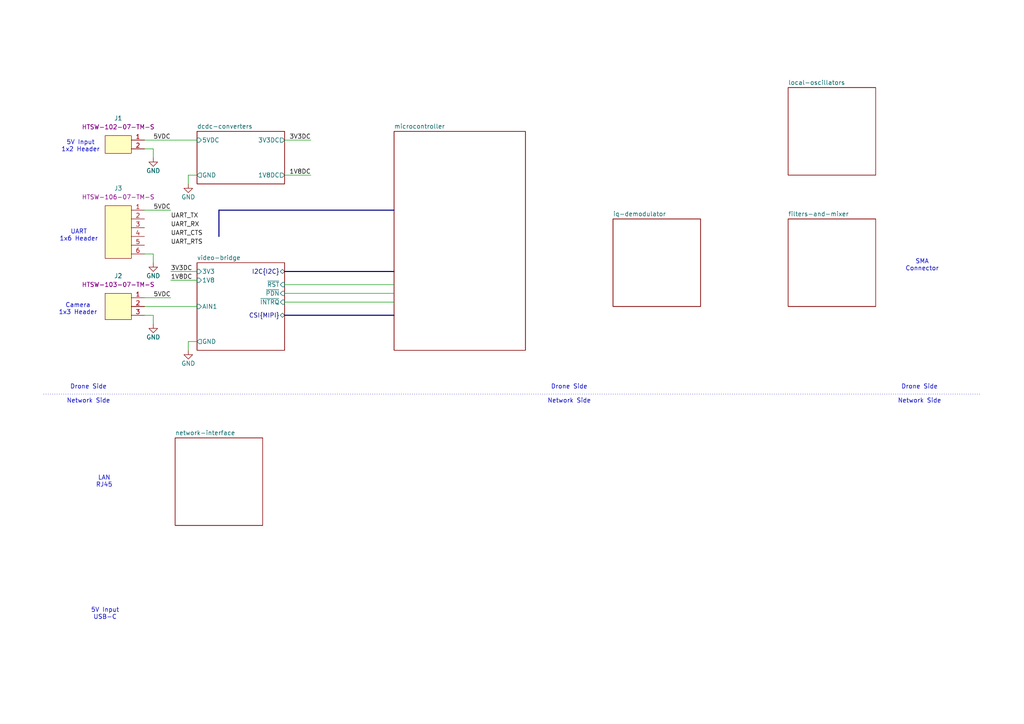
<source format=kicad_sch>
(kicad_sch (version 20250114) (generator "eeschema") (generator_version "9.0")
  (paper "A4")
  (lib_symbols
    (symbol "Connector:CONN_01x02_2.54mm" (pin_names (offset 0.002) (hide yes))
      (property "Reference" "J" (at 0 3.556 0))
      (property "ManufacturerPartNumber" "HTSW-102-07-TM-S" (at 1.27 -6.604 0))
      (symbol "CONN_01x02_2.54mm_0_1"
        (rectangle (start -3.81 2.54) (end 3.81 -2.54) (fill (type background)))
      )
      (symbol "CONN_01x02_2.54mm_1_1"
        (pin passive line (at 7.62 1.27 180) (length 3.81) (name "P1") (number "1"))
        (pin passive line (at 7.62 -1.27 180) (length 3.81) (name "P2") (number "2"))
      )
    )
    (symbol "Connector:CONN_01x03_2.54mm" (pin_names (offset 0.002) (hide yes))
      (property "Reference" "J" (at 0 4.826 0))
      (property "ManufacturerPartNumber" "HTSW-103-07-TM-S" (at 1.27 -6.604 0))
      (symbol "CONN_01x03_2.54mm_0_1"
        (rectangle (start -3.81 3.81) (end 3.81 -3.81) (fill (type background)))
      )
      (symbol "CONN_01x03_2.54mm_1_1"
        (pin passive line (at 7.62 2.54 180) (length 3.81) (name "P1") (number "1"))
        (pin passive line (at 7.62 0 180) (length 3.81) (name "P2") (number "2"))
        (pin passive line (at 7.62 -2.54 180) (length 3.81) (name "P3") (number "3"))
      )
    )
    (symbol "Connector:CONN_01x06_2.54mm" (pin_names (offset 0.002) (hide yes))
      (property "Reference" "J" (at 0 8.636 0))
      (property "ManufacturerPartNumber" "HTSW-106-07-TM-S" (at 1.27 -9.144 0))
      (symbol "CONN_01x06_2.54mm_0_1"
        (rectangle (start -3.81 7.62) (end 3.81 -7.62) (fill (type background)))
      )
      (symbol "CONN_01x06_2.54mm_1_1"
        (pin passive line (at 7.62 6.35 180) (length 3.81) (name "P1") (number "1"))
        (pin passive line (at 7.62 3.81 180) (length 3.81) (name "P2") (number "2"))
        (pin passive line (at 7.62 1.27 180) (length 3.81) (name "P3") (number "3"))
        (pin passive line (at 7.62 -1.27 180) (length 3.81) (name "P4") (number "4"))
        (pin passive line (at 7.62 -3.81 180) (length 3.81) (name "P5") (number "5"))
        (pin passive line (at 7.62 -6.35 180) (length 3.81) (name "P6") (number "6"))
      )
    )
    (symbol "Power:GND" (power) (pin_numbers (hide yes)) (pin_names (offset 0) (hide yes))
      (property "Value" "GND" (at 0 -3.81 0))
      (symbol "GND_0_1"
        (polyline (pts (xy 0 0) (xy 0 -1.27) (xy 1.27 -1.27) (xy 0 -2.54) (xy -1.27 -1.27) (xy 0 -1.27)))
      )
      (symbol "GND_1_1"
        (pin power_in line (at 0 0 270) (length 0) (name "~") (number "1"))
      )
    )
  )
  (text "Camera\n1x3 Header" (at 22.606 89.662 0) (effects (font (size 1.27 1.27))))
  (text "Drone Side\n\nNetwork Side" (at 266.7 114.3 0) (effects (font (size 1.27 1.27))))
  (text "Drone Side\n\nNetwork Side" (at 25.654 114.3 0) (effects (font (size 1.27 1.27))))
  (text "5V Input\nUSB-C" (at 30.48 178.054 0) (effects (font (size 1.27 1.27))))
  (text "SMA\nConnector" (at 267.462 76.962 0) (effects (font (size 1.27 1.27))))
  (text "UART\n1x6 Header" (at 22.86 68.326 0) (effects (font (size 1.27 1.27))))
  (text "LAN\nRJ45" (at 30.226 139.7 0) (effects (font (size 1.27 1.27))))
  (text "5V Input\n1x2 Header" (at 23.368 42.418 0) (effects (font (size 1.27 1.27))))
  (text "Drone Side\n\nNetwork Side" (at 165.1 114.3 0) (effects (font (size 1.27 1.27))))
  (wire (pts (xy 44.45 91.44) (xy 44.45 93.98)))
  (wire (pts (xy 44.45 43.18) (xy 44.45 45.72)))
  (wire (pts (xy 49.53 78.74) (xy 57.15 78.74)))
  (bus (pts (xy 82.55 91.44) (xy 114.3 91.44)))
  (wire (pts (xy 82.55 85.09) (xy 114.3 85.09)))
  (wire (pts (xy 54.61 50.8) (xy 54.61 53.34)))
  (wire (pts (xy 57.15 50.8) (xy 54.61 50.8)))
  (wire (pts (xy 41.91 73.66) (xy 44.45 73.66)))
  (wire (pts (xy 41.91 86.36) (xy 49.53 86.36)))
  (wire (pts (xy 82.55 82.55) (xy 114.3 82.55)))
  (polyline (pts (xy 12.7 114.3) (xy 284.48 114.3)) (stroke (width 0) (type dot)))
  (wire (pts (xy 41.91 88.9) (xy 57.15 88.9)))
  (wire (pts (xy 82.55 50.8) (xy 90.17 50.8)))
  (wire (pts (xy 41.91 91.44) (xy 44.45 91.44)))
  (wire (pts (xy 41.91 43.18) (xy 44.45 43.18)))
  (wire (pts (xy 49.53 81.28) (xy 57.15 81.28)))
  (wire (pts (xy 41.91 40.64) (xy 57.15 40.64)))
  (wire (pts (xy 54.61 99.06) (xy 54.61 101.6)))
  (wire (pts (xy 82.55 87.63) (xy 114.3 87.63)))
  (bus (pts (xy 63.5 60.96) (xy 114.3 60.96)))
  (wire (pts (xy 57.15 99.06) (xy 54.61 99.06)))
  (bus (pts (xy 82.55 78.74) (xy 114.3 78.74)))
  (wire (pts (xy 44.45 73.66) (xy 44.45 76.2)))
  (wire (pts (xy 82.55 40.64) (xy 90.17 40.64)))
  (bus (pts (xy 63.5 68.58) (xy 63.5 60.96)))
  (wire (pts (xy 41.91 60.96) (xy 49.53 60.96)))
  (label "1V8DC" (at 49.53 81.28 0))
  (label "UART_TX" (at 49.53 63.5 0))
  (label "UART_RX" (at 49.53 66.04 0))
  (label "5VDC" (at 44.45 40.64 0))
  (label "3V3DC" (at 90.17 40.64 180))
  (label "5VDC" (at 49.53 60.96 180))
  (label "1V8DC" (at 90.17 50.8 180))
  (label "5VDC" (at 49.53 86.36 180))
  (label "UART_RTS" (at 49.53 71.12 0))
  (label "3V3DC" (at 49.53 78.74 0))
  (label "UART_CTS" (at 49.53 68.58 0))
  (symbol (lib_id "Connector:CONN_01x06_2.54mm") (at 34.29 67.31 0) (unit 1)
    (property "Reference" "J3" (at 34.29 54.61 0))
    (property "Value" "CONN_01x06_2.54mm" (effects (hide yes)))
    (property "Footprint" "footprints:HTSW-106-07-TM-S" (effects (hide yes)))
    (property "Datasheet" "https://www.mouser.de/datasheet/2/527/htsw_th-2854340.pdf" (effects (hide yes)))
    (property "Description" "CONN HEADER THT 6POS 2.54MM" (effects (hide yes)))
    (property "Manufacturer" "Samtec" (effects (hide yes)))
    (property "ManufacturerPartNumber" "HTSW-106-07-TM-S" (at 34.29 57.15 0))
    (property "Supplier1" "Mouser" (effects (hide yes)))
    (property "Supplier1PartNumber" "200-HTSW10607TMS " (effects (hide yes)))
    (property "Supplier2" "Digi-Key" (effects (hide yes)))
    (property "Supplier2PartNumber" "612-HTSW-103-07-TM-S-ND" (effects (hide yes)))
    (property "Num Contacts" "6" (effects (hide yes)))
    (property "UL94" "ULV94-V0" (effects (hide yes)))
  )
  (symbol (lib_id "Power:GND") (at 54.61 101.6 0) (unit 1)
    (property "Reference" "#PWR01" (effects (hide yes)))
    (property "Value" "GND" (at 54.61 105.41 0))
    (property "Description" "Power symbol creates a global label with name \"GND\" , ground" (effects (hide yes)))
  )
  (symbol (lib_id "Connector:CONN_01x02_2.54mm") (at 34.29 41.91 0) (unit 1)
    (property "Reference" "J1" (at 34.29 34.29 0))
    (property "Value" "CONN_01x02_2.54mm" (effects (hide yes)))
    (property "Footprint" "footprints:HTSW-102-07-TM-S" (effects (hide yes)))
    (property "Datasheet" "https://www.mouser.de/datasheet/2/527/htsw_th-2854340.pdf" (effects (hide yes)))
    (property "Description" "CONN HEADER THT 2POS 2.54MM" (effects (hide yes)))
    (property "Manufacturer" "Samtec" (effects (hide yes)))
    (property "ManufacturerPartNumber" "HTSW-102-07-TM-S" (at 34.29 36.83 0))
    (property "Supplier1" "Mouser" (effects (hide yes)))
    (property "Supplier1PartNumber" "200-HTSW10207TMS " (effects (hide yes)))
    (property "Supplier2" "Digi-Key" (effects (hide yes)))
    (property "Supplier2PartNumber" "SAM15678-ND" (effects (hide yes)))
    (property "Num Contacts" "2" (effects (hide yes)))
    (property "UL94" "ULV94-V0" (effects (hide yes)))
  )
  (symbol (lib_id "Power:GND") (at 44.45 45.72 0) (mirror y) (unit 1)
    (property "Reference" "#PWR03" (effects (hide yes)))
    (property "Value" "GND" (at 44.45 49.53 0))
    (property "Description" "Power symbol creates a global label with name \"GND\" , ground" (effects (hide yes)))
  )
  (symbol (lib_id "Power:GND") (at 44.45 93.98 0) (mirror y) (unit 1)
    (property "Reference" "#PWR04" (effects (hide yes)))
    (property "Value" "GND" (at 44.45 97.79 0))
    (property "Description" "Power symbol creates a global label with name \"GND\" , ground" (effects (hide yes)))
  )
  (symbol (lib_id "Power:GND") (at 44.45 76.2 0) (mirror y) (unit 1)
    (property "Reference" "#PWR05" (effects (hide yes)))
    (property "Value" "GND" (at 44.45 80.01 0))
    (property "Description" "Power symbol creates a global label with name \"GND\" , ground" (effects (hide yes)))
  )
  (symbol (lib_id "Power:GND") (at 54.61 53.34 0) (unit 1)
    (property "Reference" "#PWR02" (effects (hide yes)))
    (property "Value" "GND" (at 54.61 57.15 0))
    (property "Description" "Power symbol creates a global label with name \"GND\" , ground" (effects (hide yes)))
  )
  (symbol (lib_id "Connector:CONN_01x03_2.54mm") (at 34.29 88.9 0) (unit 1)
    (property "Reference" "J2" (at 34.29 80.01 0))
    (property "Value" "CONN_01x03_2.54mm" (effects (hide yes)))
    (property "Footprint" "footprints:HTSW-103-XX-X-S" (effects (hide yes)))
    (property "Datasheet" "https://www.mouser.de/datasheet/2/527/htsw_th-2854340.pdf" (effects (hide yes)))
    (property "Description" "CONN HEADER THT 3POS 2.54MM" (effects (hide yes)))
    (property "Manufacturer" "Samtec" (effects (hide yes)))
    (property "ManufacturerPartNumber" "HTSW-103-07-TM-S" (at 34.29 82.55 0))
    (property "Supplier1" "Mouser" (effects (hide yes)))
    (property "Supplier1PartNumber" "200-HTSW10307TMS " (effects (hide yes)))
    (property "Supplier2" "Digi-Key" (effects (hide yes)))
    (property "Supplier2PartNumber" "612-HTSW-103-07-TM-S-ND" (effects (hide yes)))
    (property "Num Contacts" "3" (effects (hide yes)))
    (property "UL94" "ULV94-V0" (effects (hide yes)))
  )
  (sheet (at 177.8 63.5) (size 25.4 25.4) (stroke (width 0.1524))
    (property "Sheetname" "iq-demodulator" (at 177.8 62.7884 0) (effects (justify left bottom)))
    (property "Sheetfile" "iq-demodulator.kicad_sch" (effects (hide yes)))
  )
  (sheet (at 228.6 25.4) (size 25.4 25.4) (stroke (width 0.1524))
    (property "Sheetname" "local-oscillators" (at 228.6 24.6884 0) (effects (justify left bottom)))
    (property "Sheetfile" "local-oscillators.kicad_sch" (effects (hide yes)))
  )
  (sheet (at 50.8 127) (size 25.4 25.4) (stroke (width 0.1524))
    (property "Sheetname" "network-interface" (at 50.8 126.2884 0) (effects (justify left bottom)))
    (property "Sheetfile" "netword-interface.kicad_sch" (effects (hide yes)))
  )
  (sheet (at 114.3 38.1) (size 38.1 63.5) (stroke (width 0.1524))
    (property "Sheetname" "microcontroller" (at 114.3 37.3884 0) (effects (justify left bottom)))
    (property "Sheetfile" "microcontroller.kicad_sch" (effects (hide yes)))
  )
  (sheet (at 57.15 76.2) (size 25.4 25.4) (stroke (width 0.1524))
    (property "Sheetname" "video-bridge" (at 57.15 75.4884 0) (effects (justify left bottom)))
    (property "Sheetfile" "video-bridge.kicad_sch" (effects (hide yes)))
    (pin "1V8" input (at 57.15 81.28 180))
    (pin "3V3" input (at 57.15 78.74 180))
    (pin "AIN1" input (at 57.15 88.9 180))
    (pin "CSI{MIPI}" bidirectional (at 82.55 91.44 0))
    (pin "GND" output (at 57.15 99.06 180))
    (pin "I2C{I2C}" bidirectional (at 82.55 78.74 0))
    (pin "~{INTRQ}" input (at 82.55 87.63 0))
    (pin "~{PDN}" input (at 82.55 85.09 0))
    (pin "~{RST}" input (at 82.55 82.55 0))
  )
  (sheet (at 228.6 63.5) (size 25.4 25.4) (stroke (width 0.1524))
    (property "Sheetname" "filters-and-mixer" (at 228.6 62.7884 0) (effects (justify left bottom)))
    (property "Sheetfile" "filters-and-mixer.kicad_sch" (effects (hide yes)))
  )
  (sheet (at 57.15 38.1) (size 25.4 15.24) (stroke (width 0.1524))
    (property "Sheetname" "dcdc-converters" (at 57.15 37.3884 0) (effects (justify left bottom)))
    (property "Sheetfile" "dcdc-converters.kicad_sch" (effects (hide yes)))
    (pin "1V8DC" output (at 82.55 50.8 0))
    (pin "3V3DC" output (at 82.55 40.64 0))
    (pin "5VDC" input (at 57.15 40.64 180))
    (pin "GND" output (at 57.15 50.8 180))
  )
)
</source>
